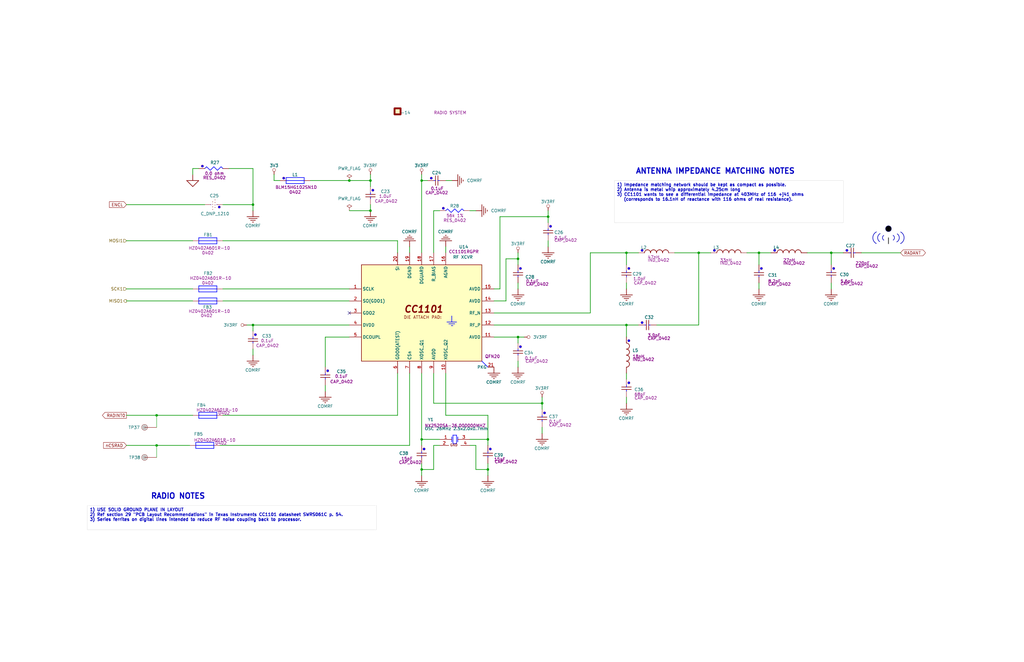
<source format=kicad_sch>
(kicad_sch (version 20231120) (generator "eeschema") (generator_version "8.0")
  (paper "B")
  (title_block (rev "-"))
  (lib_symbols
    (symbol "NNPS:3V3" (power)
      (property "Reference" "#PWR" (at 0 0 0))
      (property "Value" "3V3" (at 0 3.81 0))
      (symbol "3V3_0_0"
        (pin power_in line (at 0 0 0) (length 0) hide (name "3V3") (number ""))
      )
    )
    (symbol "NNPS:3V3RF" (power)
      (property "Reference" "#PWR" (at 0 0 0))
      (property "Value" "3V3RF" (at 0 3.81 0))
      (symbol "3V3RF_0_0"
        (pin power_in line (at 0 0 0) (length 0) hide (name "3V3RF") (number ""))
      )
    )
    (symbol "NNPS:COMRF" (power)
      (property "Reference" "#PWR" (at 0 0 0))
      (property "Value" "COMRF" (at 0 6.35 0))
      (symbol "COMRF_0_0"
        (pin power_in line (at 0 0 0) (length 0) hide (name "COMRF") (number ""))
      )
    )
    (symbol "NNPS:GND" (power)
      (property "Reference" "#PWR" (at 0 0 0))
      (property "Value" "GND" (at 0 6.35 0))
      (symbol "GND_0_0"
        (pin power_in line (at 0 0 0) (length 0) hide (name "GND") (number ""))
      )
    )
    (symbol "NNPS:PWR_FLAG" (power) (pin_numbers hide) (pin_names (offset 0) hide)
      (property "Value" "PWR_FLAG" (at 0 3.81 0))
      (symbol "PWR_FLAG_0_0"
        (pin power_out line (at 0 0 90) (length 0) (name "pwr") (number "1"))
      )
    )
    (symbol "NNPS:root_0_0402CS-27NXJLU"
      (symbol "root_0_0402CS-27NXJLU_1_0"
        (pin passive line (at 0 0 0) (length 2.54) (name "1") (number "1"))
        (pin passive line (at 15.24 0 180) (length 2.54) (name "2") (number "2"))
      )
    )
    (symbol "NNPS:root_0_0402CS-33NXJLU"
      (symbol "root_0_0402CS-33NXJLU_1_0"
        (pin passive line (at 0 0 0) (length 2.54) (name "1") (number "1"))
        (pin passive line (at 15.24 0 180) (length 2.54) (name "2") (number "2"))
      )
    )
    (symbol "NNPS:root_0_0402CS-47NXJLU"
      (symbol "root_0_0402CS-47NXJLU_1_0"
        (pin passive line (at 0 0 0) (length 2.54) (name "1") (number "1"))
        (pin passive line (at 15.24 0 180) (length 2.54) (name "2") (number "2"))
      )
    )
    (symbol "NNPS:root_0_BLM15HG102SN1D"
      (symbol "root_0_BLM15HG102SN1D_1_0"
        (pin passive line (at 0 0 0) (length 2.54) (name "1") (number "1"))
        (pin passive line (at 12.7 0 180) (length 2.54) (name "2") (number "2"))
      )
    )
    (symbol "NNPS:root_0_BOM_S1")
    (symbol "NNPS:root_0_CC1101RTK"
      (symbol "root_0_CC1101RTK_1_0"
        (text "CC1101" (at 17.78 -20.32 0) (effects (font (size 2.794 2.794) (bold yes) (italic yes)) (justify left bottom)))
        (text "DIE ATTACH PAD:" (at 17.78 -22.86 0) (effects (font (size 1.27 1.27)) (justify left bottom)))
        (pin passive line (at -5.08 -10.16 0) (length 5.08) (name "SCLK") (number "1"))
        (pin passive line (at 35.56 -45.72 90) (length 5.08) (name "XOSC_Q2") (number "10"))
        (pin passive line (at 55.88 -30.48 180) (length 5.08) (name "AVDD") (number "11"))
        (pin passive line (at 55.88 -25.4 180) (length 5.08) (name "RF_P") (number "12"))
        (pin passive line (at 55.88 -20.32 180) (length 5.08) (name "RF_N") (number "13"))
        (pin passive line (at 55.88 -15.24 180) (length 5.08) (name "AVDD") (number "14"))
        (pin passive line (at 55.88 -10.16 180) (length 5.08) (name "AVDD") (number "15"))
        (pin passive line (at 35.56 5.08 270) (length 5.08) (name "AGND") (number "16"))
        (pin passive line (at 30.48 5.08 270) (length 5.08) (name "R_BIAS") (number "17"))
        (pin passive line (at 25.4 5.08 270) (length 5.08) (name "DGUARD") (number "18"))
        (pin passive line (at 20.32 5.08 270) (length 5.08) (name "DGND") (number "19"))
        (pin passive line (at -5.08 -15.24 0) (length 5.08) (name "SO(GDO1)") (number "2"))
        (pin passive line (at 15.24 5.08 270) (length 5.08) (name "SI") (number "20"))
        (pin power_in line (at 55.88 -43.18 180) (length 2.54) (name "PKG") (number "21"))
        (pin passive line (at -5.08 -20.32 0) (length 5.08) (name "GDO2") (number "3"))
        (pin passive line (at -5.08 -25.4 0) (length 5.08) (name "DVDD") (number "4"))
        (pin passive line (at -5.08 -30.48 0) (length 5.08) (name "DCOUPL") (number "5"))
        (pin passive line (at 15.24 -45.72 90) (length 5.08) (name "GDO0(ATEST)") (number "6"))
        (pin passive line (at 20.32 -45.72 90) (length 5.08) (name "CSn") (number "7"))
        (pin passive line (at 25.4 -45.72 90) (length 5.08) (name "XOSC_Q1") (number "8"))
        (pin passive line (at 30.48 -45.72 90) (length 5.08) (name "AVDD") (number "9"))
      )
    )
    (symbol "NNPS:root_0_GRM1555C1H221JA01"
      (symbol "root_0_GRM1555C1H221JA01_1_0"
        (pin passive line (at 0 0 0) (length 2.54) (name "1") (number "1"))
        (pin passive line (at 7.62 0 180) (length 2.54) (name "2") (number "2"))
      )
    )
    (symbol "NNPS:root_0_GRM1555C1H3R9CZ01"
      (symbol "root_0_GRM1555C1H3R9CZ01_1_0"
        (pin passive line (at 0 0 0) (length 2.54) (name "1") (number "1"))
        (pin passive line (at 7.62 0 180) (length 2.54) (name "2") (number "2"))
      )
    )
    (symbol "NNPS:root_0_GRM155R71C104KA88D"
      (symbol "root_0_GRM155R71C104KA88D_1_0"
        (pin passive line (at 0 0 0) (length 2.54) (name "1") (number "1"))
        (pin passive line (at 7.62 0 180) (length 2.54) (name "2") (number "2"))
      )
    )
    (symbol "NNPS:root_0_HZ0402A601R-10"
      (symbol "root_0_HZ0402A601R-10_1_0"
        (pin passive line (at 0 0 0) (length 2.54) (name "1") (number "1"))
        (pin passive line (at 12.7 0 180) (length 2.54) (name "2") (number "2"))
      )
    )
    (symbol "NNPS:root_0_MCR01MZPF5602"
      (symbol "root_0_MCR01MZPF5602_1_0"
        (pin passive line (at 0 0 0) (length 2.54) (name "1") (number "1"))
        (pin passive line (at 12.7 0 180) (length 2.54) (name "2") (number "2"))
      )
    )
    (symbol "NNPS:root_0_MCR01MZPJ000"
      (symbol "root_0_MCR01MZPJ000_1_0"
        (pin passive line (at 0 0 0) (length 2.54) (name "1") (number "1"))
        (pin passive line (at 12.7 0 180) (length 2.54) (name "2") (number "2"))
      )
    )
    (symbol "NNPS:root_0_NX2520SA-26.000000MHZ"
      (symbol "root_0_NX2520SA-26.000000MHZ_1_0"
        (text "GND" (at 4.318 -1.778 0) (effects (font (size 1.016 1.016)) (justify left top)))
        (pin passive line (at 0 0 0) (length 5.08) (name "OSC1") (number "1"))
        (pin power_in line (at 0 -2.54 0) (length 3.81) (name "GND") (number "2"))
        (pin passive line (at 12.7 0 180) (length 5.08) (name "OSC2") (number "3"))
        (pin power_in line (at 12.7 -2.54 180) (length 3.81) (name "GND") (number "4"))
      )
    )
    (symbol "NNPS:root_2_C_DNP_1210"
      (symbol "root_2_C_DNP_1210_1_0"
        (pin passive line (at 0 0 180) (length 2.54) (name "1") (number "1"))
        (pin passive line (at -7.62 0 0) (length 2.54) (name "2") (number "2"))
      )
    )
    (symbol "NNPS:root_3_04025A150JAT2A"
      (symbol "root_3_04025A150JAT2A_1_0"
        (pin passive line (at 0 0 270) (length 2.54) (name "1") (number "1"))
        (pin passive line (at 0 -7.62 90) (length 2.54) (name "2") (number "2"))
      )
    )
    (symbol "NNPS:root_3_0402CS-18NXJLU"
      (symbol "root_3_0402CS-18NXJLU_1_0"
        (pin passive line (at 0 0 270) (length 2.54) (name "1") (number "1"))
        (pin passive line (at 0 -15.24 90) (length 2.54) (name "2") (number "2"))
      )
    )
    (symbol "NNPS:root_3_C1005C0G1H8R2C"
      (symbol "root_3_C1005C0G1H8R2C_1_0"
        (pin passive line (at 0 0 270) (length 2.54) (name "1") (number "1"))
        (pin passive line (at 0 -7.62 90) (length 2.54) (name "2") (number "2"))
      )
    )
    (symbol "NNPS:root_3_ECJ-0EB0J105M"
      (symbol "root_3_ECJ-0EB0J105M_1_0"
        (pin passive line (at 0 0 270) (length 2.54) (name "1") (number "1"))
        (pin passive line (at 0 -7.62 90) (length 2.54) (name "2") (number "2"))
      )
    )
    (symbol "NNPS:root_3_GRM1555C1H1R0CA01D"
      (symbol "root_3_GRM1555C1H1R0CA01D_1_0"
        (pin passive line (at 0 0 270) (length 2.54) (name "1") (number "1"))
        (pin passive line (at 0 -7.62 90) (length 2.54) (name "2") (number "2"))
      )
    )
    (symbol "NNPS:root_3_GRM1555C1H5R6DZ01"
      (symbol "root_3_GRM1555C1H5R6DZ01_1_0"
        (pin passive line (at 0 0 270) (length 2.54) (name "1") (number "1"))
        (pin passive line (at 0 -7.62 90) (length 2.54) (name "2") (number "2"))
      )
    )
    (symbol "NNPS:root_3_GRM1555C1H680JZ01D"
      (symbol "root_3_GRM1555C1H680JZ01D_1_0"
        (pin passive line (at 0 0 270) (length 2.54) (name "1") (number "1"))
        (pin passive line (at 0 -7.62 90) (length 2.54) (name "2") (number "2"))
      )
    )
    (symbol "NNPS:root_3_GRM155R71C104KA88D"
      (symbol "root_3_GRM155R71C104KA88D_1_0"
        (pin passive line (at 0 0 270) (length 2.54) (name "1") (number "1"))
        (pin passive line (at 0 -7.62 90) (length 2.54) (name "2") (number "2"))
      )
    )
    (symbol "NNPS:root_3_mirrored_TP"
      (symbol "root_3_mirrored_TP_1_0"
        (pin passive line (at 0 0 180) (length 5.08) (name "TP") (number "1"))
      )
    )
  )
  (junction (at 205.74 198.12))
  (junction (at 66.04 175.26))
  (junction (at 320.04 106.68))
  (junction (at 264.16 106.68))
  (junction (at 177.8 185.42))
  (junction (at 231.14 91.44))
  (junction (at 147.32 76.2))
  (junction (at 66.04 187.96))
  (junction (at 156.21 76.2))
  (junction (at 218.44 109.22))
  (junction (at 106.68 86.36))
  (junction (at 264.16 137.16))
  (junction (at 156.21 88.9))
  (junction (at 228.6 170.18))
  (junction (at 350.52 106.68))
  (junction (at 218.44 142.24))
  (junction (at 177.8 76.2))
  (junction (at 294.64 106.68))
  (junction (at 205.74 185.42))
  (junction (at 106.68 137.16))
  (junction (at 177.8 198.12))
  (no_connect (at 147.32 132.08))
  (wire (pts (xy 172.72 106.68) (xy 172.72 104.14)) (stroke (width 0.254)))
  (wire (pts (xy 190.5 76.2) (xy 187.96 76.2)) (stroke (width 0.254)))
  (wire (pts (xy 231.14 91.44) (xy 231.14 93.98)) (stroke (width 0.254)))
  (wire (pts (xy 53.34 101.6) (xy 81.28 101.6)) (stroke (width 0.254)))
  (wire (pts (xy 53.34 127) (xy 81.28 127)) (stroke (width 0.254)))
  (wire (pts (xy 167.64 175.26) (xy 93.98 175.26)) (stroke (width 0.254)))
  (wire (pts (xy 187.96 157.48) (xy 187.96 175.26)) (stroke (width 0.254)))
  (wire (pts (xy 53.34 86.36) (xy 86.36 86.36)) (stroke (width 0.254)))
  (wire (pts (xy 208.28 121.92) (xy 210.82 121.92)) (stroke (width 0.254)))
  (wire (pts (xy 264.16 160.02) (xy 264.16 157.48)) (stroke (width 0.254)))
  (wire (pts (xy 167.64 106.68) (xy 167.64 101.6)) (stroke (width 0.254)))
  (wire (pts (xy 156.21 88.9) (xy 156.21 86.36)) (stroke (width 0.254)))
  (wire (pts (xy 320.04 106.68) (xy 320.04 111.76)) (stroke (width 0.254)))
  (wire (pts (xy 187.96 106.68) (xy 187.96 104.14)) (stroke (width 0.254)))
  (wire (pts (xy 208.28 127) (xy 213.36 127)) (stroke (width 0.254)))
  (wire (pts (xy 104.14 137.16) (xy 106.68 137.16)) (stroke (width 0.254)))
  (wire (pts (xy 248.92 106.68) (xy 264.16 106.68)) (stroke (width 0.254)))
  (wire (pts (xy 208.28 132.08) (xy 248.92 132.08)) (stroke (width 0.254)))
  (wire (pts (xy 218.44 109.22) (xy 218.44 111.76)) (stroke (width 0.254)))
  (wire (pts (xy 177.8 76.2) (xy 177.8 106.68)) (stroke (width 0.254)))
  (wire (pts (xy 200.66 187.96) (xy 200.66 198.12)) (stroke (width 0.254)))
  (wire (pts (xy 66.04 187.96) (xy 80.01 187.96)) (stroke (width 0.254)))
  (wire (pts (xy 218.44 144.78) (xy 218.44 142.24)) (stroke (width 0.254)))
  (wire (pts (xy 172.72 187.96) (xy 92.71 187.96)) (stroke (width 0.254)))
  (wire (pts (xy 172.72 157.48) (xy 172.72 187.96)) (stroke (width 0.254)))
  (wire (pts (xy 218.44 106.68) (xy 218.44 109.22)) (stroke (width 0.254)))
  (wire (pts (xy 66.04 187.96) (xy 66.04 193.04)))
  (wire (pts (xy 115.57 73.66) (xy 115.57 76.2)) (stroke (width 0.254)))
  (wire (pts (xy 350.52 106.68) (xy 355.6 106.68)) (stroke (width 0.254)))
  (wire (pts (xy 106.68 71.12) (xy 96.52 71.12)) (stroke (width 0.254)))
  (wire (pts (xy 137.16 154.94) (xy 137.16 142.24)) (stroke (width 0.254)))
  (wire (pts (xy 177.8 73.66) (xy 177.8 76.2)) (stroke (width 0.254)))
  (wire (pts (xy 106.68 86.36) (xy 106.68 71.12)) (stroke (width 0.254)))
  (wire (pts (xy 264.16 137.16) (xy 264.16 142.24)) (stroke (width 0.254)))
  (wire (pts (xy 320.04 119.38) (xy 320.04 121.92)) (stroke (width 0.254)))
  (wire (pts (xy 106.68 149.86) (xy 106.68 147.32)) (stroke (width 0.254)))
  (wire (pts (xy 177.8 185.42) (xy 177.8 157.48)) (stroke (width 0.254)))
  (wire (pts (xy 213.36 109.22) (xy 218.44 109.22)) (stroke (width 0.254)))
  (wire (pts (xy 177.8 200.66) (xy 177.8 198.12)) (stroke (width 0.254)))
  (wire (pts (xy 93.98 86.36) (xy 106.68 86.36)) (stroke (width 0.254)))
  (wire (pts (xy 147.32 88.9) (xy 156.21 88.9)) (stroke (width 0.254)))
  (wire (pts (xy 228.6 167.64) (xy 228.6 170.18)) (stroke (width 0.254)))
  (wire (pts (xy 294.64 106.68) (xy 299.72 106.68)) (stroke (width 0.254)))
  (wire (pts (xy 218.44 142.24) (xy 220.98 142.24)) (stroke (width 0.254)))
  (wire (pts (xy 350.52 119.38) (xy 350.52 121.92)) (stroke (width 0.254)))
  (wire (pts (xy 93.98 127) (xy 147.32 127)) (stroke (width 0.254)))
  (wire (pts (xy 248.92 132.08) (xy 248.92 106.68)) (stroke (width 0.254)))
  (wire (pts (xy 264.16 167.64) (xy 264.16 170.18)) (stroke (width 0.254)))
  (wire (pts (xy 53.34 175.26) (xy 66.04 175.26)) (stroke (width 0.254)))
  (wire (pts (xy 213.36 127) (xy 213.36 109.22)) (stroke (width 0.254)))
  (wire (pts (xy 177.8 187.96) (xy 177.8 185.42)) (stroke (width 0.254)))
  (wire (pts (xy 340.36 106.68) (xy 350.52 106.68)) (stroke (width 0.254)))
  (wire (pts (xy 208.28 137.16) (xy 264.16 137.16)) (stroke (width 0.254)))
  (wire (pts (xy 218.44 119.38) (xy 218.44 121.92)) (stroke (width 0.254)))
  (wire (pts (xy 182.88 106.68) (xy 182.88 88.9)) (stroke (width 0.254)))
  (wire (pts (xy 198.12 187.96) (xy 200.66 187.96)) (stroke (width 0.254)))
  (wire (pts (xy 115.57 76.2) (xy 118.11 76.2)) (stroke (width 0.254)))
  (wire (pts (xy 200.66 88.9) (xy 198.12 88.9)) (stroke (width 0.254)))
  (wire (pts (xy 182.88 187.96) (xy 182.88 198.12)) (stroke (width 0.254)))
  (wire (pts (xy 205.74 200.66) (xy 205.74 198.12)) (stroke (width 0.254)))
  (wire (pts (xy 314.96 106.68) (xy 320.04 106.68)) (stroke (width 0.254)))
  (wire (pts (xy 53.34 121.92) (xy 81.28 121.92)) (stroke (width 0.254)))
  (wire (pts (xy 81.28 73.66) (xy 81.28 71.12)) (stroke (width 0.254)))
  (wire (pts (xy 53.34 187.96) (xy 66.04 187.96)) (stroke (width 0.254)))
  (wire (pts (xy 228.6 170.18) (xy 228.6 172.72)) (stroke (width 0.254)))
  (wire (pts (xy 187.96 175.26) (xy 205.74 175.26)) (stroke (width 0.254)))
  (wire (pts (xy 66.04 175.26) (xy 81.28 175.26)) (stroke (width 0.254)))
  (wire (pts (xy 182.88 88.9) (xy 185.42 88.9)) (stroke (width 0.254)))
  (wire (pts (xy 218.44 154.94) (xy 218.44 152.4)) (stroke (width 0.254)))
  (wire (pts (xy 137.16 142.24) (xy 147.32 142.24)) (stroke (width 0.254)))
  (wire (pts (xy 264.16 106.68) (xy 264.16 111.76)) (stroke (width 0.254)))
  (wire (pts (xy 205.74 185.42) (xy 205.74 187.96)) (stroke (width 0.254)))
  (wire (pts (xy 350.52 106.68) (xy 350.52 111.76)) (stroke (width 0.254)))
  (wire (pts (xy 228.6 180.34) (xy 228.6 182.88)) (stroke (width 0.254)))
  (wire (pts (xy 185.42 185.42) (xy 177.8 185.42)) (stroke (width 0.254)))
  (wire (pts (xy 156.21 78.74) (xy 156.21 76.2)) (stroke (width 0.254)))
  (wire (pts (xy 264.16 119.38) (xy 264.16 121.92)) (stroke (width 0.254)))
  (wire (pts (xy 147.32 76.2) (xy 130.81 76.2)) (stroke (width 0.254)))
  (wire (pts (xy 177.8 76.2) (xy 180.34 76.2)) (stroke (width 0.254)))
  (wire (pts (xy 294.64 137.16) (xy 276.86 137.16)) (stroke (width 0.254)))
  (wire (pts (xy 81.28 71.12) (xy 83.82 71.12)) (stroke (width 0.254)))
  (wire (pts (xy 137.16 165.1) (xy 137.16 162.56)) (stroke (width 0.254)))
  (wire (pts (xy 177.8 198.12) (xy 177.8 195.58)) (stroke (width 0.254)))
  (wire (pts (xy 185.42 187.96) (xy 182.88 187.96)) (stroke (width 0.254)))
  (wire (pts (xy 363.22 106.68) (xy 379.73 106.68)) (stroke (width 0.254)))
  (wire (pts (xy 182.88 198.12) (xy 177.8 198.12)) (stroke (width 0.254)))
  (wire (pts (xy 320.04 106.68) (xy 325.12 106.68)) (stroke (width 0.254)))
  (wire (pts (xy 231.14 88.9) (xy 231.14 91.44)) (stroke (width 0.254)))
  (wire (pts (xy 205.74 198.12) (xy 205.74 195.58)) (stroke (width 0.254)))
  (wire (pts (xy 264.16 106.68) (xy 269.24 106.68)) (stroke (width 0.254)))
  (wire (pts (xy 182.88 157.48) (xy 182.88 170.18)) (stroke (width 0.254)))
  (wire (pts (xy 284.48 106.68) (xy 294.64 106.68)) (stroke (width 0.254)))
  (wire (pts (xy 66.04 175.26) (xy 66.04 180.34)))
  (wire (pts (xy 182.88 170.18) (xy 228.6 170.18)) (stroke (width 0.254)))
  (wire (pts (xy 106.68 88.9) (xy 106.68 86.36)) (stroke (width 0.254)))
  (wire (pts (xy 210.82 91.44) (xy 231.14 91.44)) (stroke (width 0.254)))
  (wire (pts (xy 106.68 137.16) (xy 106.68 139.7)) (stroke (width 0.254)))
  (wire (pts (xy 93.98 121.92) (xy 147.32 121.92)) (stroke (width 0.254)))
  (wire (pts (xy 167.64 157.48) (xy 167.64 175.26)) (stroke (width 0.254)))
  (wire (pts (xy 200.66 198.12) (xy 205.74 198.12)) (stroke (width 0.254)))
  (wire (pts (xy 167.64 101.6) (xy 93.98 101.6)) (stroke (width 0.254)))
  (wire (pts (xy 156.21 76.2) (xy 147.32 76.2)) (stroke (width 0.254)))
  (wire (pts (xy 294.64 106.68) (xy 294.64 137.16)) (stroke (width 0.254)))
  (wire (pts (xy 208.28 142.24) (xy 218.44 142.24)) (stroke (width 0.254)))
  (wire (pts (xy 205.74 175.26) (xy 205.74 185.42)) (stroke (width 0.254)))
  (wire (pts (xy 210.82 121.92) (xy 210.82 91.44)) (stroke (width 0.254)))
  (wire (pts (xy 156.21 76.2) (xy 156.21 73.66)) (stroke (width 0.254)))
  (wire (pts (xy 106.68 137.16) (xy 147.32 137.16)) (stroke (width 0.254)))
  (wire (pts (xy 264.16 137.16) (xy 269.24 137.16)) (stroke (width 0.254)))
  (polyline (pts (xy 374.65 100.33) (xy 374.65 102.87)) (stroke (width 0.254) (type solid) (color 0 0 0 1)))
  (wire (pts (xy 231.14 101.6) (xy 231.14 104.14)) (stroke (width 0.254)))
  (wire (pts (xy 198.12 185.42) (xy 205.74 185.42)) (stroke (width 0.254)))
  (arc (start 378.3678 98.6939) (mid 379.2007 100.4474) (end 378.166 102.0939) (stroke (width 0.254)))
  (arc (start 376.6071 99.2977) (mid 377.1582 100.2971) (end 376.6582 101.3264) (stroke (width 0.254)))
  (arc (start 369.5008 102.765) (mid 368.0598 100.2927) (end 369.5628 97.8619) (stroke (width 0.254)))
  (arc (start 370.9322 101.9661) (mid 370.0959 100.2085) (end 371.134 98.5661) (stroke (width 0.254)))
  (arc (start 372.6929 101.3623) (mid 372.1388 100.3596) (end 372.6418 99.3336) (stroke (width 0.254)))
  (circle (center 374.65 96.52) (radius 1.27) (stroke (width 0.0001)) (fill (type color) (color 0 0 0 1)))
  (arc (start 379.7992 97.895) (mid 381.2373 100.363) (end 379.7372 102.7981) (stroke (width 0.254)))
  (text_box "1) Impedance matching network should be kept as compact as possible.\n2) Antenna is metal whip approximately 4.25cm long\n3) CC1101 wants to see a differential impedance at 403MHz of 116 +j41 ohms \n   (corresponds to 16.1nH of reactance with 116 ohms of real resistance)." (at 355.6 76.2 0) (size -96.52 17.78) (stroke (width 0) (color 224 224 224 1)) (fill (type color) (color 255 255 255 1)) (effects (font (size 1.27 1.27) (bold yes)) (justify left top)))
  (text_box "1) USE SOLID GROUND PLANE IN LAYOUT\n2) Ref section 29 \"PCB Layout Recommendations\" in Texas Instruments CC1101 datasheet SWRS061C p. 54.\n3) Series ferrites on digital lines intended to reduce RF noise coupling back to processor." (at 158.75 213.36 0) (size -121.92 10.16) (stroke (width 0) (color 224 224 224 1)) (fill (type color) (color 255 255 255 1)) (effects (font (size 1.27 1.27) (bold yes)) (justify left top)))
  (text "ANTENNA IMPEDANCE MATCHING NOTES" (at 267.97 73.66 0) (effects (font (size 2.286 2.286) (bold yes)) (justify left bottom)))
  (text "RADIO NOTES" (at 63.5 210.82 0) (effects (font (size 2.286 2.286) (bold yes)) (justify left bottom)))
  (global_label "ENCL" (shape input) (at 53.34 86.36 180) (property "Intersheetrefs" "${INTERSHEET_REFS}" (effects (hide yes))))
  (global_label "RADANT" (shape bidirectional) (at 379.73 106.68 0) (property "Intersheetrefs" "${INTERSHEET_REFS}" (effects (hide yes))))
  (global_label "RADINT0" (shape output) (at 53.34 175.26 180) (property "Intersheetrefs" "${INTERSHEET_REFS}" (effects (hide yes))))
  (global_label "nCSRAD" (shape input) (at 53.34 187.96 180) (property "Intersheetrefs" "${INTERSHEET_REFS}" (effects (hide yes))))
  (hierarchical_label "SCK1" (shape input) (at 53.34 121.92 180))
  (hierarchical_label "MISO1" (shape output) (at 53.34 127 180))
  (hierarchical_label "MOSI1" (shape input) (at 53.34 101.6 180))
  (symbol (lib_id "NNPS:root_3_mirrored_TP") (at 66.04 180.34 0) (unit 1)
    (property "Reference" "TP37" (at 54.102 181.102 0) (effects (justify left bottom)))
    (property "Value" "Test Point" (effects (hide yes)))
    (property "Footprint" "NNPS:TEST_POINT" (effects (hide yes)))
    (property "ALTIUM_VALUE" "*" (effects (hide yes)))
    (property "PACKAGE" "*" (effects (hide yes)))
    (property "MANUFACTURER" "*" (effects (hide yes)))
    (property "PARTNUMBER" "*" (effects (hide yes)))
  )
  (symbol (lib_id "NNPS:root_3_ECJ-0EB0J105M") (at 156.21 78.74 0) (unit 1)
    (property "Reference" "C23" (at 160.528 81.534 0) (effects (justify left bottom)))
    (property "Value" "C_1u_X5R_6V3_0402_20%" (effects (hide yes)))
    (property "Footprint" "NNPS:CAP_0402" (effects (hide yes)))
    (property "MFR" "Murata Electronics North America" (effects (hide yes)))
    (property "PACKAGEDESCRIPTION" "CAP_0402" (at 157.988 85.598 0) (effects (justify left bottom)))
    (property "SUPPLIER 1" "Digi-Key" (effects (hide yes)))
    (property "SUPPLIER PART NUMBER 1" "490-10006-6-ND" (effects (hide yes)))
    (property "ALTIUM_VALUE" "1.0uF" (at 159.766 83.566 0) (effects (justify left bottom)))
    (property "MPN" "GRM152R60J105ME15D" (effects (hide yes)))
    (property "SBI" "53-0078" (effects (hide yes)))
  )
  (symbol (lib_id "NNPS:3V3RF") (at 177.8 73.66 180) (unit 1)
    (property "Reference" "#PWR?" (effects (hide yes)))
    (property "Value" "3V3RF" (at 177.8 69.85 0))
  )
  (symbol (lib_id "NNPS:root_0_MCR01MZPJ000") (at 83.82 71.12 0) (unit 1)
    (property "Reference" "R27" (at 88.646 69.342 0) (effects (justify left bottom)))
    (property "Value" "R_0_0402" (effects (hide yes)))
    (property "Footprint" "NNPS:RES_0402" (effects (hide yes)))
    (property "MFR" "Vishay Dale" (effects (hide yes)))
    (property "PACKAGEDESCRIPTION" "RES_0402" (at 85.598 75.692 0) (effects (justify left bottom)))
    (property "SUPPLIER 1" "Digi-Key" (effects (hide yes)))
    (property "SUPPLIER PART NUMBER 1" "541-1.00KLDKR-ND" (effects (hide yes)))
    (property "MPN" "CRCW04021K00FKED" (effects (hide yes)))
    (property "ALTIUM_VALUE" "0.0 ohm" (at 86.36 73.914 0) (effects (justify left bottom)))
    (property "SBI" "53-0048" (effects (hide yes)))
  )
  (symbol (lib_id "NNPS:root_0_0402CS-47NXJLU") (at 269.24 106.68 0) (unit 1)
    (property "Reference" "L2" (at 270.256 105.156 0) (effects (justify left bottom)))
    (property "Value" "47nF, 0402, 5%, RoHS" (effects (hide yes)))
    (property "Footprint" "NNPS:IND_0402" (effects (hide yes)))
    (property "COMPONENTLINK1URL" "http://www.coilcraft.com/0402cs.cfm" (effects (hide yes)))
    (property "MFR" "Coilcraft" (effects (hide yes)))
    (property "PACKAGEDESCRIPTION" "IND_0402" (at 273.05 110.49 0) (effects (justify left bottom)))
    (property "SUPPLIER 1" "MOUSER" (effects (hide yes)))
    (property "SUPPLIER PART NUMBER 1" "994-0402CS-47NXJLU" (effects (hide yes)))
    (property "ALTIUM_VALUE" "47nH" (at 273.05 109.22 0) (effects (justify left bottom)))
    (property "MPN" "0402CS-47NXJLU" (effects (hide yes)))
    (property "SBI" "53-0089-4" (effects (hide yes)))
  )
  (symbol (lib_id "NNPS:root_0_GRM1555C1H221JA01") (at 355.6 106.68 0) (unit 1)
    (property "Reference" "C27" (at 356.616 104.394 0) (effects (justify left bottom)))
    (property "Value" "C_220p_C0G_50_0402_5%" (effects (hide yes)))
    (property "Footprint" "NNPS:CAP_0402" (effects (hide yes)))
    (property "MFR" "Murata Electronics North America" (effects (hide yes)))
    (property "PACKAGEDESCRIPTION" "CAP_0402" (at 360.68 113.03 0) (effects (justify left bottom)))
    (property "SUPPLIER 1" "Digi-Key" (effects (hide yes)))
    (property "SUPPLIER PART NUMBER 1" "490-1293-6-ND" (effects (hide yes)))
    (property "ALTIUM_VALUE" "220pF" (at 360.68 111.76 0) (effects (justify left bottom)))
    (property "MPN" "GRM1555C1H221JA01" (effects (hide yes)))
    (property "SBI" "53-0041-4" (effects (hide yes)))
    (property "SUPPLIER 2" "Digi-Key" (effects (hide yes)))
    (property "SUPPLIER PART NUMBER 2" "399-7776-6-ND" (effects (hide yes)))
    (property "MFR2" "Kemet" (effects (hide yes)))
    (property "MPN2" "C0402C221J5GACTU" (effects (hide yes)))
  )
  (symbol (lib_id "NNPS:root_0_BLM15HG102SN1D") (at 118.11 76.2 0) (unit 1)
    (property "Reference" "L1" (at 123.19 74.422 0) (effects (justify left bottom)))
    (property "Value" "Ferrite 250mA 1.1ohm" (effects (hide yes)))
    (property "Footprint" "NNPS:IND_0402" (effects (hide yes)))
    (property "MFR" "Murata" (effects (hide yes)))
    (property "PACKAGEDESCRIPTION" "0402" (at 121.92 81.788 0) (effects (justify left bottom)))
    (property "SUPPLIER 1" "Digi-Key" (effects (hide yes)))
    (property "SUPPLIER PART NUMBER 1" "490-3999-1-ND" (effects (hide yes)))
    (property "ALTIUM_VALUE" "250mA" (effects (hide yes)))
    (property "MPN" "BLM15HG102SN1D" (at 116.078 79.756 0) (effects (justify left bottom)))
    (property "SBI" "53-0094" (effects (hide yes)))
  )
  (symbol (lib_id "NNPS:COMRF") (at 156.21 88.9 0) (unit 1)
    (property "Reference" "#PWR?" (effects (hide yes)))
    (property "Value" "COMRF" (at 156.21 95.25 0))
  )
  (symbol (lib_id "NNPS:root_3_GRM1555C1H5R6DZ01") (at 350.52 111.76 0) (unit 1)
    (property "Reference" "C30" (at 354.076 116.586 0) (effects (justify left bottom)))
    (property "Value" "C_5p6_C0G_50_0402_10%" (effects (hide yes)))
    (property "Footprint" "NNPS:CAP_0402" (effects (hide yes)))
    (property "MFR" "Murata Electronics North America" (effects (hide yes)))
    (property "PACKAGEDESCRIPTION" "CAP_0402" (at 354.33 120.396 0) (effects (justify left bottom)))
    (property "SUPPLIER 1" "Digi-Key" (effects (hide yes)))
    (property "SUPPLIER PART NUMBER 1" "490-5946-6-ND" (effects (hide yes)))
    (property "ALTIUM_VALUE" "5.6pF" (at 354.33 119.38 0) (effects (justify left bottom)))
    (property "MPN" "GRM1555C1H5R6DA01D" (effects (hide yes)))
    (property "SBI" "53-0044-1" (effects (hide yes)))
  )
  (symbol (lib_id "NNPS:root_3_GRM155R71C104KA88D") (at 106.68 139.7 0) (unit 1)
    (property "Reference" "C33" (at 110.49 142.494 0) (effects (justify left bottom)))
    (property "Value" "C_100n_X7R_16_0402_10%" (effects (hide yes)))
    (property "Footprint" "NNPS:CAP_0402" (effects (hide yes)))
    (property "MFR" "Murata" (effects (hide yes)))
    (property "PACKAGEDESCRIPTION" "CAP_0402" (at 107.95 146.558 0) (effects (justify left bottom)))
    (property "SUPPLIER 1" "Digi-Key" (effects (hide yes)))
    (property "SUPPLIER PART NUMBER 1" "490-3261-2-ND" (effects (hide yes)))
    (property "ALTIUM_VALUE" "0.1uF" (at 109.982 144.526 0) (effects (justify left bottom)))
    (property "MPN" "GRM155R71C104KA88D" (effects (hide yes)))
    (property "SBI" "53-0040-1" (effects (hide yes)))
  )
  (symbol (lib_id "NNPS:PWR_FLAG") (at 147.32 88.9 0) (unit 1)
    (property "Reference" "#FLG011" (effects (hide yes)))
    (property "Value" "PWR_FLAG" (at 147.32 83.82 0))
  )
  (symbol (lib_id "NNPS:root_3_GRM155R71C104KA88D") (at 137.16 154.94 0) (unit 1)
    (property "Reference" "C35" (at 141.986 157.48 0) (effects (justify left bottom)))
    (property "Value" "C_100n_X7R_16_0402_10%" (effects (hide yes)))
    (property "Footprint" "NNPS:CAP_0402" (effects (hide yes)))
    (property "MFR" "Murata" (effects (hide yes)))
    (property "PACKAGEDESCRIPTION" "CAP_0402" (at 139.192 161.798 0) (effects (justify left bottom)))
    (property "SUPPLIER 1" "Digi-Key" (effects (hide yes)))
    (property "SUPPLIER PART NUMBER 1" "490-3261-2-ND" (effects (hide yes)))
    (property "ALTIUM_VALUE" "0.1uF" (at 141.224 159.512 0) (effects (justify left bottom)))
    (property "MPN" "GRM155R71C104KA88D" (effects (hide yes)))
    (property "SBI" "53-0040-1" (effects (hide yes)))
  )
  (symbol (lib_id "NNPS:root_3_mirrored_TP") (at 66.04 193.04 0) (unit 1)
    (property "Reference" "TP38" (at 54.356 193.802 0) (effects (justify left bottom)))
    (property "Value" "Test Point" (effects (hide yes)))
    (property "Footprint" "NNPS:TEST_POINT" (effects (hide yes)))
    (property "ALTIUM_VALUE" "*" (effects (hide yes)))
    (property "PACKAGE" "*" (effects (hide yes)))
    (property "MANUFACTURER" "*" (effects (hide yes)))
    (property "PARTNUMBER" "*" (effects (hide yes)))
  )
  (symbol (lib_id "NNPS:root_3_04025A150JAT2A") (at 177.8 187.96 0) (unit 1)
    (property "Reference" "C38" (at 172.212 192.024 0) (effects (justify right bottom)))
    (property "Value" "C_15p_C0G_50_0402_5%" (effects (hide yes)))
    (property "Footprint" "NNPS:CAP_0402" (effects (hide yes)))
    (property "MFR" "Murata Electronics North America" (effects (hide yes)))
    (property "PACKAGEDESCRIPTION" "CAP_0402" (at 168.148 195.834 0) (effects (justify left bottom)))
    (property "SUPPLIER 1" "Digi-Key" (effects (hide yes)))
    (property "SUPPLIER PART NUMBER 1" "490-5888-6-ND" (effects (hide yes)))
    (property "ALTIUM_VALUE" "15pF" (at 169.164 194.31 0) (effects (justify left bottom)))
    (property "MPN" "GRM1555C1H150JA01D" (effects (hide yes)))
    (property "SBI" "53-0041-6" (effects (hide yes)))
  )
  (symbol (lib_id "NNPS:COMRF") (at 231.14 104.14 0) (unit 1)
    (property "Reference" "#PWR?" (effects (hide yes)))
    (property "Value" "COMRF" (at 231.14 110.49 0))
  )
  (symbol (lib_id "NNPS:root_0_BOM_S1") (at 166.37 45.72 0) (unit 1) (exclude_from_sim yes) (in_bom no) (on_board no)
    (property "Reference" "-14" (at 168.91 48.26 0) (effects (justify left bottom)))
    (property "Value" "BOM_S1" (effects (hide yes)))
    (property "XDESCRIPTION" "RADIO SYSTEM" (at 182.88 48.26 0) (effects (justify left bottom)))
  )
  (symbol (lib_id "NNPS:3V3RF") (at 156.21 73.66 180) (unit 1)
    (property "Reference" "#PWR?" (effects (hide yes)))
    (property "Value" "3V3RF" (at 156.21 69.85 0))
  )
  (symbol (lib_id "NNPS:COMRF") (at 320.04 121.92 0) (unit 1)
    (property "Reference" "#PWR?" (effects (hide yes)))
    (property "Value" "COMRF" (at 320.04 128.27 0))
  )
  (symbol (lib_id "NNPS:root_0_MCR01MZPF5602") (at 185.42 88.9 0) (unit 1)
    (property "Reference" "R28" (at 189.738 87.63 0) (effects (justify left bottom)))
    (property "Value" "R_56k_0402" (effects (hide yes)))
    (property "Footprint" "NNPS:RES_0402" (effects (hide yes)))
    (property "MFR" "Rohm" (effects (hide yes)))
    (property "PACKAGEDESCRIPTION" "RES_0402" (at 186.944 93.726 0) (effects (justify left bottom)))
    (property "SUPPLIER 1" "Digi-Key" (effects (hide yes)))
    (property "SUPPLIER PART NUMBER 1" "RHM56.0KLCT-ND" (effects (hide yes)))
    (property "MPN" "MCR01MZPF5602" (effects (hide yes)))
    (property "ALTIUM_VALUE" "56k 1%" (at 188.214 91.694 0) (effects (justify left bottom)))
  )
  (symbol (lib_id "NNPS:COMRF") (at 228.6 182.88 0) (unit 1)
    (property "Reference" "#PWR?" (effects (hide yes)))
    (property "Value" "COMRF" (at 228.6 189.23 0))
  )
  (symbol (lib_id "NNPS:GND") (at 81.28 73.66 0) (unit 1)
    (property "Reference" "#PWR?" (effects (hide yes)))
    (property "Value" "GND" (effects (hide yes)))
  )
  (symbol (lib_id "NNPS:root_0_HZ0402A601R-10") (at 81.28 101.6 0) (unit 1)
    (property "Reference" "FB1" (at 85.852 99.822 0) (effects (justify left bottom)))
    (property "Value" "Ferrite 100mA 1ohm" (effects (hide yes)))
    (property "Footprint" "NNPS:IND_0402" (effects (hide yes)))
    (property "MFR" "Laird-Signal Integrity Products" (effects (hide yes)))
    (property "PACKAGEDESCRIPTION" "0402" (at 85.09 107.442 0) (effects (justify left bottom)))
    (property "SUPPLIER 1" "Digi-Key" (effects (hide yes)))
    (property "SUPPLIER PART NUMBER 1" "240-2364-2-ND" (effects (hide yes)))
    (property "MPN" "HZ0402A601R-10" (at 79.502 105.41 0) (effects (justify left bottom)))
    (property "SBI" "54-0114" (effects (hide yes)))
  )
  (symbol (lib_id "NNPS:COMRF") (at 190.5 76.2 90) (unit 1)
    (property "Reference" "#PWR?" (effects (hide yes)))
    (property "Value" "COMRF" (at 196.85 76.2 90) (effects (justify right)))
  )
  (symbol (lib_id "NNPS:root_3_0402CS-18NXJLU") (at 264.16 142.24 0) (unit 1)
    (property "Reference" "L5" (at 266.7 148.59 0) (effects (justify left bottom)))
    (property "Value" "L_18n_0402_5%" (effects (hide yes)))
    (property "Footprint" "NNPS:IND_0402" (effects (hide yes)))
    (property "MFR" "Coilcraft" (effects (hide yes)))
    (property "PACKAGEDESCRIPTION" "IND_0402" (at 266.7 152.4 0) (effects (justify left bottom)))
    (property "SUPPLIER 1" "MOUSER" (effects (hide yes)))
    (property "SUPPLIER PART NUMBER 1" "994-0402CS-18NXJLU" (effects (hide yes)))
    (property "ALTIUM_VALUE" "18nH" (at 266.7 151.13 0) (effects (justify left bottom)))
    (property "MPN" "0402CS-18NXJLU" (effects (hide yes)))
    (property "SBI" "53-0089-1" (effects (hide yes)))
  )
  (symbol (lib_id "NNPS:root_0_0402CS-33NXJLU") (at 299.72 106.68 0) (unit 1)
    (property "Reference" "L3" (at 300.736 105.156 0) (effects (justify left bottom)))
    (property "Value" "L_33n_0402_5%" (effects (hide yes)))
    (property "Footprint" "NNPS:IND_0402" (effects (hide yes)))
    (property "MFR" "Coilcraft" (effects (hide yes)))
    (property "PACKAGEDESCRIPTION" "IND_0402" (at 303.53 111.76 0) (effects (justify left bottom)))
    (property "SUPPLIER 1" "MOUSER" (effects (hide yes)))
    (property "SUPPLIER PART NUMBER 1" "994-0402CS-33NXJLU" (effects (hide yes)))
    (property "ALTIUM_VALUE" "33nH" (at 303.53 110.49 0) (effects (justify left bottom)))
    (property "MPN" "0402CS-33NXJLU" (effects (hide yes)))
    (property "SBI" "53-0089-3" (effects (hide yes)))
  )
  (symbol (lib_id "NNPS:root_3_GRM155R71C104KA88D") (at 231.14 93.98 0) (unit 1)
    (property "Reference" "C26" (at 233.68 98.806 0) (effects (justify left bottom)))
    (property "Value" "C_100n_X7R_16_0402_10%" (effects (hide yes)))
    (property "Footprint" "NNPS:CAP_0402" (effects (hide yes)))
    (property "MFR" "Murata" (effects (hide yes)))
    (property "PACKAGEDESCRIPTION" "CAP_0402" (at 233.68 102.108 0) (effects (justify left bottom)))
    (property "SUPPLIER 1" "Digi-Key" (effects (hide yes)))
    (property "SUPPLIER PART NUMBER 1" "490-3261-2-ND" (effects (hide yes)))
    (property "ALTIUM_VALUE" "0.1uF" (at 233.68 101.092 0) (effects (justify left bottom)))
    (property "MPN" "GRM155R71C104KA88D" (effects (hide yes)))
    (property "SBI" "53-0040-1" (effects (hide yes)))
  )
  (symbol (lib_id "NNPS:3V3RF") (at 228.6 167.64 180) (unit 1)
    (property "Reference" "#PWR?" (effects (hide yes)))
    (property "Value" "3V3RF" (at 228.6 163.83 0))
  )
  (symbol (lib_id "NNPS:root_0_HZ0402A601R-10") (at 81.28 127 0) (unit 1)
    (property "Reference" "FB3" (at 85.598 130.302 0) (effects (justify left bottom)))
    (property "Value" "Ferrite 100mA 1ohm" (effects (hide yes)))
    (property "Footprint" "NNPS:IND_0402" (effects (hide yes)))
    (property "MFR" "Laird-Signal Integrity Products" (effects (hide yes)))
    (property "PACKAGEDESCRIPTION" "0402" (at 84.582 133.858 0) (effects (justify left bottom)))
    (property "SUPPLIER 1" "Digi-Key" (effects (hide yes)))
    (property "SUPPLIER PART NUMBER 1" "240-2364-2-ND" (effects (hide yes)))
    (property "MPN" "HZ0402A601R-10" (at 79.502 132.08 0) (effects (justify left bottom)))
    (property "SBI" "54-0114" (effects (hide yes)))
  )
  (symbol (lib_id "NNPS:COMRF") (at 106.68 149.86 0) (unit 1)
    (property "Reference" "#PWR?" (effects (hide yes)))
    (property "Value" "COMRF" (at 106.68 156.21 0))
  )
  (symbol (lib_id "NNPS:3V3RF") (at 231.14 88.9 180) (unit 1)
    (property "Reference" "#PWR?" (effects (hide yes)))
    (property "Value" "3V3RF" (at 231.14 85.09 0))
  )
  (symbol (lib_id "NNPS:root_3_GRM1555C1H680JZ01D") (at 264.16 160.02 0) (unit 1)
    (property "Reference" "C36" (at 267.462 165.1 0) (effects (justify left bottom)))
    (property "Value" "C_68p_C0G_50_0402_5%" (effects (hide yes)))
    (property "Footprint" "NNPS:CAP_0402" (effects (hide yes)))
    (property "MFR" "Murata Electronics North America" (effects (hide yes)))
    (property "PACKAGEDESCRIPTION" "CAP_0402" (at 267.462 168.656 0) (effects (justify left bottom)))
    (property "ALTIUM_VALUE" "68pF" (at 267.462 167.132 0) (effects (justify left bottom)))
    (property "SUPPLIER 1" "Digi-Key" (effects (hide yes)))
    (property "SUPPLIER PART NUMBER 1" "490-5876-6-ND" (effects (hide yes)))
    (property "MPN" "GRM1555C1H680JA01D" (effects (hide yes)))
    (property "SBI" "53-00041-1" (effects (hide yes)))
  )
  (symbol (lib_id "NNPS:root_3_GRM155R71C104KA88D") (at 218.44 111.76 0) (unit 1)
    (property "Reference" "C28" (at 221.488 117.602 0) (effects (justify left bottom)))
    (property "Value" "C_100n_X7R_16_0402_10%" (effects (hide yes)))
    (property "Footprint" "NNPS:CAP_0402" (effects (hide yes)))
    (property "MFR" "Murata" (effects (hide yes)))
    (property "PACKAGEDESCRIPTION" "CAP_0402" (at 221.742 120.65 0) (effects (justify left bottom)))
    (property "SUPPLIER 1" "Digi-Key" (effects (hide yes)))
    (property "SUPPLIER PART NUMBER 1" "490-3261-2-ND" (effects (hide yes)))
    (property "ALTIUM_VALUE" "0.1uF" (at 221.742 119.38 0) (effects (justify left bottom)))
    (property "MPN" "GRM155R71C104KA88D" (effects (hide yes)))
    (property "SBI" "53-0040-1" (effects (hide yes)))
  )
  (symbol (lib_id "NNPS:root_3_GRM1555C1H1R0CA01D") (at 264.16 111.76 0) (unit 1)
    (property "Reference" "C29" (at 266.7 116.332 0) (effects (justify left bottom)))
    (property "Value" "C_1p_C0G_50_0402_5%" (effects (hide yes)))
    (property "Footprint" "NNPS:CAP_0402" (effects (hide yes)))
    (property "MFR" "Murata Electronics North America" (effects (hide yes)))
    (property "PACKAGEDESCRIPTION" "CAP_0402" (at 267.208 120.142 0) (effects (justify left bottom)))
    (property "SUPPLIER 1" "Digi-Key" (effects (hide yes)))
    (property "SUPPLIER PART NUMBER 1" "490-3199-6-ND" (effects (hide yes)))
    (property "ALTIUM_VALUE" "1.0pF" (at 266.954 118.364 0) (effects (justify left bottom)))
    (property "MPN" "GRM1555C1H1R0CA01D" (effects (hide yes)))
    (property "SBI" "53-0092" (effects (hide yes)))
  )
  (symbol (lib_id "NNPS:COMRF") (at 264.16 170.18 0) (unit 1)
    (property "Reference" "#PWR?" (effects (hide yes)))
    (property "Value" "COMRF" (at 264.16 176.53 0))
  )
  (symbol (lib_id "NNPS:root_3_C1005C0G1H8R2C") (at 320.04 111.76 0) (unit 1)
    (property "Reference" "C31" (at 323.85 116.84 0) (effects (justify left bottom)))
    (property "Value" "8.2pF_C0G_50_0402_5%" (effects (hide yes)))
    (property "Footprint" "NNPS:CAP_0402" (effects (hide yes)))
    (property "MFR" "KEMET" (effects (hide yes)))
    (property "PACKAGEDESCRIPTION" "CAP_0402" (at 323.85 120.65 0) (effects (justify left bottom)))
    (property "SUPPLIER 1" "Digi-Key" (effects (hide yes)))
    (property "SUPPLIER PART NUMBER 1" "399-10038-6-ND" (effects (hide yes)))
    (property "ALTIUM_VALUE" "8.2pF" (at 323.85 119.38 0) (effects (justify left bottom)))
    (property "MPN" "C0402C829J5GACTU" (effects (hide yes)))
    (property "SBI" "53-0041-5" (effects (hide yes)))
  )
  (symbol (lib_id "NNPS:3V3") (at 115.57 73.66 180) (unit 1)
    (property "Reference" "#PWR?" (effects (hide yes)))
    (property "Value" "3V3" (at 115.57 69.85 0))
  )
  (symbol (lib_id "NNPS:root_0_GRM1555C1H3R9CZ01") (at 269.24 137.16 0) (unit 1)
    (property "Reference" "C32" (at 271.78 134.62 0) (effects (justify left bottom)))
    (property "Value" "C_3p9_C0G_50_0402_10%" (effects (hide yes)))
    (property "Footprint" "NNPS:CAP_0402" (effects (hide yes)))
    (property "MFR" "Murata Electronics North America" (effects (hide yes)))
    (property "PACKAGEDESCRIPTION" "CAP_0402" (at 273.05 143.51 0) (effects (justify left bottom)))
    (property "SUPPLIER 1" "Digi-Key" (effects (hide yes)))
    (property "SUPPLIER PART NUMBER 1" "490-5940-6-ND" (effects (hide yes)))
    (property "ALTIUM_VALUE" "3.9pF" (at 273.05 142.24 0) (effects (justify left bottom)))
    (property "MPN" "GRM1555C1H3R9CA01D" (effects (hide yes)))
    (property "SBI" "53-0044-2" (effects (hide yes)))
  )
  (symbol (lib_id "NNPS:root_3_GRM155R71C104KA88D") (at 218.44 144.78 0) (unit 1)
    (property "Reference" "C34" (at 220.98 149.606 0) (effects (justify left bottom)))
    (property "Value" "C_100n_X7R_16_0402_10%" (effects (hide yes)))
    (property "Footprint" "NNPS:CAP_0402" (effects (hide yes)))
    (property "MFR" "Murata" (effects (hide yes)))
    (property "PACKAGEDESCRIPTION" "CAP_0402" (at 221.488 153.162 0) (effects (justify left bottom)))
    (property "SUPPLIER 1" "Digi-Key" (effects (hide yes)))
    (property "SUPPLIER PART NUMBER 1" "490-3261-2-ND" (effects (hide yes)))
    (property "ALTIUM_VALUE" "0.1uF" (at 221.234 151.892 0) (effects (justify left bottom)))
    (property "MPN" "GRM155R71C104KA88D" (effects (hide yes)))
    (property "SBI" "53-0040-1" (effects (hide yes)))
  )
  (symbol (lib_id "NNPS:COMRF") (at 200.66 88.9 90) (unit 1)
    (property "Reference" "#PWR?" (effects (hide yes)))
    (property "Value" "COMRF" (at 207.01 88.9 90) (effects (justify right)))
  )
  (symbol (lib_id "NNPS:3V3RF") (at 220.98 142.24 90) (unit 1)
    (property "Reference" "#PWR?" (effects (hide yes)))
    (property "Value" "3V3RF" (at 224.79 142.24 90) (effects (justify right)))
  )
  (symbol (lib_id "NNPS:root_0_NX2520SA-26.000000MHZ") (at 185.42 185.42 0) (unit 1)
    (property "Reference" "Y1" (at 180.34 177.8 0) (effects (justify left bottom)))
    (property "Value" "OSC 26MHz 2.5x2.0x0.7mm" (at 179.07 181.61 0) (effects (justify left bottom)))
    (property "Footprint" "NNPS:NX2520SA" (effects (hide yes)))
    (property "MFR" "NDK" (effects (hide yes)))
    (property "SUPPLIER 1" "Digi-Key" (effects (hide yes)))
    (property "SUPPLIER PART NUMBER 1" "644-1063-1-ND" (effects (hide yes)))
    (property "ALTIUM_VALUE" "26MHz" (effects (hide yes)))
    (property "MPN" "NX2520SA-26.000000MHZ" (at 179.07 180.34 0) (effects (justify left bottom)))
    (property "SBI" "54-0109" (effects (hide yes)))
  )
  (symbol (lib_id "NNPS:COMRF") (at 137.16 165.1 0) (unit 1)
    (property "Reference" "#PWR?" (effects (hide yes)))
    (property "Value" "COMRF" (at 137.16 171.45 0))
  )
  (symbol (lib_id "NNPS:COMRF") (at 350.52 121.92 0) (unit 1)
    (property "Reference" "#PWR?" (effects (hide yes)))
    (property "Value" "COMRF" (at 350.52 128.27 0))
  )
  (symbol (lib_id "NNPS:COMRF") (at 187.96 104.14 180) (unit 1)
    (property "Reference" "#PWR?" (effects (hide yes)))
    (property "Value" "COMRF" (at 187.96 97.79 0))
  )
  (symbol (lib_id "NNPS:PWR_FLAG") (at 147.32 76.2 0) (unit 1)
    (property "Reference" "#FLG010" (effects (hide yes)))
    (property "Value" "PWR_FLAG" (at 147.32 71.12 0))
  )
  (symbol (lib_id "NNPS:COMRF") (at 264.16 121.92 0) (unit 1)
    (property "Reference" "#PWR?" (effects (hide yes)))
    (property "Value" "COMRF" (at 264.16 128.27 0))
  )
  (symbol (lib_id "NNPS:3V3RF") (at 104.14 137.16 270) (unit 1)
    (property "Reference" "#PWR?" (effects (hide yes)))
    (property "Value" "3V3RF" (at 100.33 137.16 90) (effects (justify right)))
  )
  (symbol (lib_id "NNPS:root_3_GRM155R71C104KA88D") (at 228.6 172.72 0) (unit 1)
    (property "Reference" "C37" (at 231.394 176.53 0) (effects (justify left bottom)))
    (property "Value" "C_100n_X7R_16_0402_10%" (effects (hide yes)))
    (property "Footprint" "NNPS:CAP_0402" (effects (hide yes)))
    (property "MFR" "Murata" (effects (hide yes)))
    (property "PACKAGEDESCRIPTION" "CAP_0402" (at 231.394 180.086 0) (effects (justify left bottom)))
    (property "SUPPLIER 1" "Digi-Key" (effects (hide yes)))
    (property "SUPPLIER PART NUMBER 1" "490-3261-2-ND" (effects (hide yes)))
    (property "ALTIUM_VALUE" "0.1uF" (at 231.394 178.562 0) (effects (justify left bottom)))
    (property "MPN" "GRM155R71C104KA88D" (effects (hide yes)))
    (property "SBI" "53-0040-1" (effects (hide yes)))
  )
  (symbol (lib_id "NNPS:3V3RF") (at 218.44 106.68 180) (unit 1)
    (property "Reference" "#PWR?" (effects (hide yes)))
    (property "Value" "3V3RF" (at 218.44 102.87 0))
  )
  (symbol (lib_id "NNPS:root_0_CC1101RTK") (at 152.4 111.76 0) (unit 1)
    (property "Reference" "U14" (at 193.548 104.902 0) (effects (justify left bottom)))
    (property "Value" "RF XCVR" (at 191.008 109.22 0) (effects (justify left bottom)))
    (property "Footprint" "NNPS:QFN20" (effects (hide yes)))
    (property "SUPPLIER 1" "Digi-Key" (effects (hide yes)))
    (property "SUPPLIER PART NUMBER 1" "296-35718-6-ND" (effects (hide yes)))
    (property "MFR" "Texas Instruments" (effects (hide yes)))
    (property "PACKAGEDESCRIPTION" "QFN20" (at 204.47 151.13 0) (effects (justify left bottom)))
    (property "ALTIUM_VALUE" "*" (effects (hide yes)))
    (property "MPN" "CC1101RGPR" (at 189.23 106.934 0) (effects (justify left bottom)))
    (property "SBI" "54-0095" (effects (hide yes)))
  )
  (symbol (lib_id "NNPS:COMRF") (at 177.8 200.66 0) (unit 1)
    (property "Reference" "#PWR?" (effects (hide yes)))
    (property "Value" "COMRF" (at 177.8 207.01 0))
  )
  (symbol (lib_id "NNPS:COMRF") (at 172.72 104.14 180) (unit 1)
    (property "Reference" "#PWR?" (effects (hide yes)))
    (property "Value" "COMRF" (at 172.72 97.79 0))
  )
  (symbol (lib_id "NNPS:COMRF") (at 205.74 200.66 0) (unit 1)
    (property "Reference" "#PWR?" (effects (hide yes)))
    (property "Value" "COMRF" (at 205.74 207.01 0))
  )
  (symbol (lib_id "NNPS:COMRF") (at 218.44 121.92 0) (unit 1)
    (property "Reference" "#PWR?" (effects (hide yes)))
    (property "Value" "COMRF" (at 218.44 128.27 0))
  )
  (symbol (lib_id "NNPS:root_0_HZ0402A601R-10") (at 81.28 175.26 0) (unit 1)
    (property "Reference" "FB4" (at 83.058 171.704 0) (effects (justify left bottom)))
    (property "Value" "Ferrite 100mA 1ohm" (effects (hide yes)))
    (property "Footprint" "NNPS:IND_0402" (effects (hide yes)))
    (property "MFR" "Laird-Signal Integrity Products" (effects (hide yes)))
    (property "PACKAGEDESCRIPTION" "0402" (at 91.948 175.006 0) (effects (justify left bottom)))
    (property "SUPPLIER 1" "Digi-Key" (effects (hide yes)))
    (property "SUPPLIER PART NUMBER 1" "240-2364-2-ND" (effects (hide yes)))
    (property "MPN" "HZ0402A601R-10" (at 82.804 173.736 0) (effects (justify left bottom)))
    (property "SBI" "54-0114" (effects (hide yes)))
  )
  (symbol (lib_id "NNPS:root_2_C_DNP_1210") (at 93.98 86.36 0) (unit 1) (exclude_from_sim yes) (in_bom no)
    (property "Reference" "C25" (at 88.392 83.312 0) (effects (justify left bottom)))
    (property "Value" "C_DNP_1210" (at 84.582 90.932 0) (effects (justify left bottom)))
    (property "Footprint" "NNPS:CAP_1210" (effects (hide yes)))
    (property "MFR" "DO NOT POPULATE" (effects (hide yes)))
    (property "PACKAGEDESCRIPTION" "1210" (effects (hide yes)))
    (property "SUPPLIER 1" "DO NOT POPULATE" (effects (hide yes)))
    (property "SUPPLIER PART NUMBER 1" "DO NOT POPULATE" (effects (hide yes)))
    (property "MPN" "DO NOT POPULATE" (effects (hide yes)))
  )
  (symbol (lib_id "NNPS:root_0_HZ0402A601R-10") (at 80.01 187.96 0) (unit 1)
    (property "Reference" "FB5" (at 81.788 183.896 0) (effects (justify left bottom)))
    (property "Value" "Ferrite 100mA 1ohm" (effects (hide yes)))
    (property "Footprint" "NNPS:IND_0402" (effects (hide yes)))
    (property "MFR" "Laird-Signal Integrity Products" (effects (hide yes)))
    (property "PACKAGEDESCRIPTION" "0402" (at 90.678 187.706 0) (effects (justify left bottom)))
    (property "SUPPLIER 1" "Digi-Key" (effects (hide yes)))
    (property "SUPPLIER PART NUMBER 1" "240-2364-2-ND" (effects (hide yes)))
    (property "MPN" "HZ0402A601R-10" (at 81.788 186.436 0) (effects (justify left bottom)))
    (property "SBI" "54-0114" (effects (hide yes)))
  )
  (symbol (lib_id "NNPS:root_3_04025A150JAT2A") (at 205.74 187.96 0) (unit 1)
    (property "Reference" "C39" (at 208.28 192.786 0) (effects (justify left bottom)))
    (property "Value" "C_15p_C0G_50_0402_5%" (effects (hide yes)))
    (property "Footprint" "NNPS:CAP_0402" (effects (hide yes)))
    (property "MFR" "Murata Electronics North America" (effects (hide yes)))
    (property "PACKAGEDESCRIPTION" "CAP_0402" (at 208.534 195.58 0) (effects (justify left bottom)))
    (property "SUPPLIER 1" "Digi-Key" (effects (hide yes)))
    (property "SUPPLIER PART NUMBER 1" "490-5888-6-ND" (effects (hide yes)))
    (property "ALTIUM_VALUE" "15pF" (at 208.28 194.564 0) (effects (justify left bottom)))
    (property "MPN" "GRM1555C1H150JA01D" (effects (hide yes)))
    (property "SBI" "53-0041-6" (effects (hide yes)))
  )
  (symbol (lib_id "NNPS:COMRF") (at 208.28 154.94 0) (unit 1)
    (property "Reference" "#PWR?" (effects (hide yes)))
    (property "Value" "COMRF" (at 208.28 161.29 0))
  )
  (symbol (lib_id "NNPS:COMRF") (at 218.44 154.94 0) (unit 1)
    (property "Reference" "#PWR?" (effects (hide yes)))
    (property "Value" "COMRF" (at 218.44 161.29 0))
  )
  (symbol (lib_id "NNPS:root_0_GRM155R71C104KA88D") (at 180.34 76.2 0) (unit 1)
    (property "Reference" "C24" (at 182.118 73.66 0) (effects (justify left bottom)))
    (property "Value" "C_100n_X7R_16_0402_10%" (effects (hide yes)))
    (property "Footprint" "NNPS:CAP_0402" (effects (hide yes)))
    (property "MFR" "Murata" (effects (hide yes)))
    (property "PACKAGEDESCRIPTION" "CAP_0402" (at 179.324 82.042 0) (effects (justify left bottom)))
    (property "SUPPLIER 1" "Digi-Key" (effects (hide yes)))
    (property "SUPPLIER PART NUMBER 1" "490-3261-2-ND" (effects (hide yes)))
    (property "ALTIUM_VALUE" "0.1uF" (at 181.61 80.264 0) (effects (justify left bottom)))
    (property "MPN" "GRM155R71C104KA88D" (effects (hide yes)))
    (property "SBI" "53-0040-1" (effects (hide yes)))
  )
  (symbol (lib_id "NNPS:COMRF") (at 106.68 88.9 0) (unit 1)
    (property "Reference" "#PWR?" (effects (hide yes)))
    (property "Value" "COMRF" (at 106.68 95.25 0))
  )
  (symbol (lib_id "NNPS:root_0_0402CS-27NXJLU") (at 325.12 106.68 0) (unit 1)
    (property "Reference" "L4" (at 326.136 105.156 0) (effects (justify left bottom)))
    (property "Value" "L_27n_0402_5%" (effects (hide yes)))
    (property "Footprint" "NNPS:IND_0402" (effects (hide yes)))
    (property "MFR" "Coilcraft" (effects (hide yes)))
    (property "PACKAGEDESCRIPTION" "IND_0402" (at 330.2 111.76 0) (effects (justify left bottom)))
    (property "SUPPLIER 1" "MOUSER" (effects (hide yes)))
    (property "SUPPLIER PART NUMBER 1" "994-0402CS-27NXJLU" (effects (hide yes)))
    (property "ALTIUM_VALUE" "27nH" (at 330.2 110.49 0) (effects (justify left bottom)))
    (property "MPN" "0402CS-27NXJLU" (effects (hide yes)))
    (property "ALTIUM_UNNAMED_1" "53-0089-2" (effects (hide yes)))
    (property "MPN2" "0402CS-27NXJLW" (effects (hide yes)))
  )
  (symbol (lib_id "NNPS:root_0_HZ0402A601R-10") (at 81.28 121.92 0) (unit 1)
    (property "Reference" "FB2" (at 85.852 116.078 0) (effects (justify left bottom)))
    (property "Value" "Ferrite 100mA 1ohm" (effects (hide yes)))
    (property "Footprint" "NNPS:IND_0402" (effects (hide yes)))
    (property "MFR" "Laird-Signal Integrity Products" (effects (hide yes)))
    (property "PACKAGEDESCRIPTION" "0402" (at 85.09 120.142 0) (effects (justify left bottom)))
    (property "SUPPLIER 1" "Digi-Key" (effects (hide yes)))
    (property "SUPPLIER PART NUMBER 1" "240-2364-2-ND" (effects (hide yes)))
    (property "MPN" "HZ0402A601R-10" (at 80.01 118.11 0) (effects (justify left bottom)))
    (property "SBI" "54-0114" (effects (hide yes)))
  )
)
</source>
